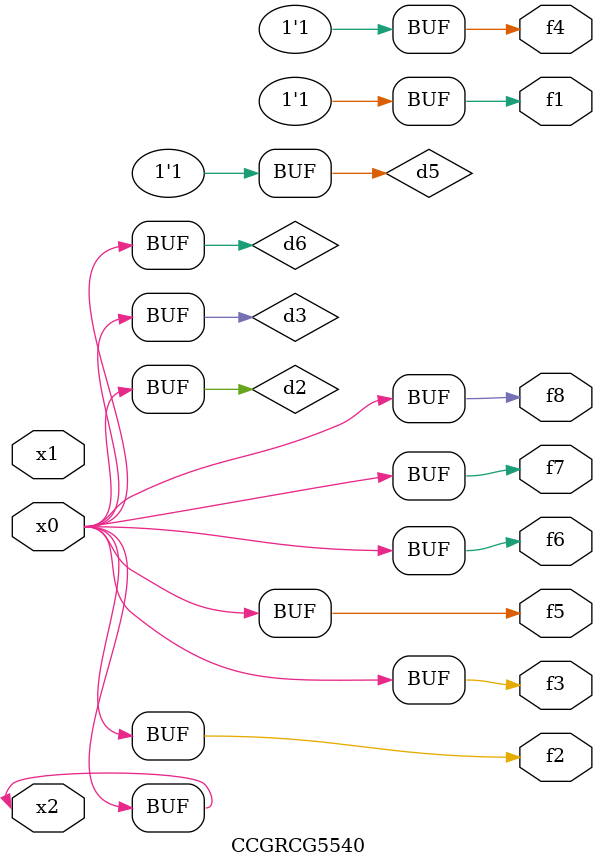
<source format=v>
module CCGRCG5540(
	input x0, x1, x2,
	output f1, f2, f3, f4, f5, f6, f7, f8
);

	wire d1, d2, d3, d4, d5, d6;

	xnor (d1, x2);
	buf (d2, x0, x2);
	and (d3, x0);
	xnor (d4, x1, x2);
	nand (d5, d1, d3);
	buf (d6, d2, d3);
	assign f1 = d5;
	assign f2 = d6;
	assign f3 = d6;
	assign f4 = d5;
	assign f5 = d6;
	assign f6 = d6;
	assign f7 = d6;
	assign f8 = d6;
endmodule

</source>
